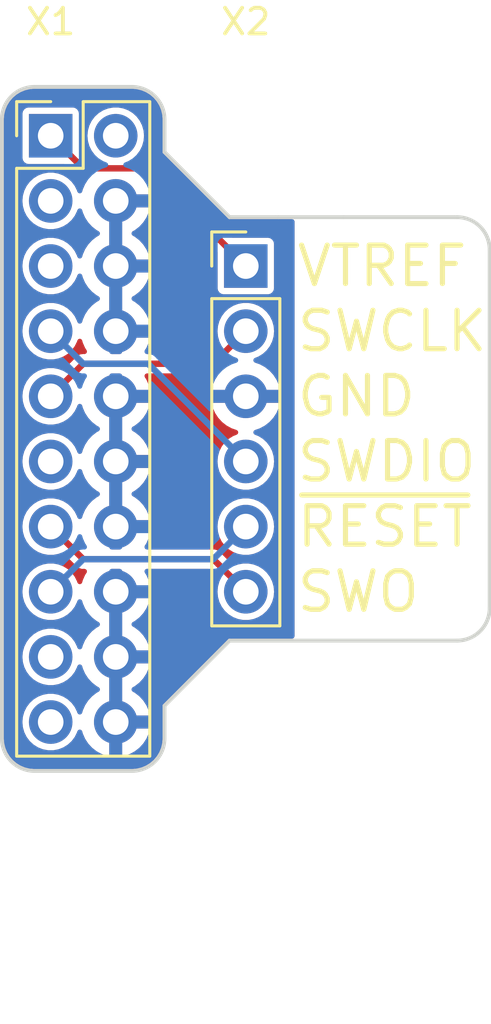
<source format=kicad_pcb>
(kicad_pcb (version 20221018) (generator pcbnew)
  (title_block (title "28-Pin to 6-Pin SWD Adapter") (date "2018-05-27") (rev "1") (company "Alex M."))
  (layers (0 "F.Cu" signal) (31 "B.Cu" signal) (34 "B.Paste" user) (35 "F.Paste" user) (36 "B.SilkS" user "B.Silkscreen") (37 "F.SilkS" user "F.Silkscreen") (38 "B.Mask" user) (39 "F.Mask" user) (44 "Edge.Cuts" user))
  (net 0 "")
  (net 1 "VTref")
  (net 2 "GND")
  (net 3 "TMS")
  (net 4 "TCK")
  (net 5 "TDO")
  (net 6 "~{RESET}")
  (footprint "Pin_Headers:Pin_Header_Straight_2x10_Pitch2.54mm" (layer "F.Cu") (at 132.08 88.9)
    (fp_text reference "X1" (at 0 -4.445) (layer "F.SilkS"))
    (fp_text value "Socket 2x10")
    (fp_line (start -1.33 -1.33) (end 0 -1.33) (stroke (width 0.12)) (layer "F.SilkS"))
    (fp_line (start -1.33 0) (end -1.33 -1.33) (stroke (width 0.12)) (layer "F.SilkS"))
    (fp_line (start -1.33 1.27) (end -1.33 24.19) (stroke (width 0.12)) (layer "F.SilkS"))
    (fp_line (start -1.33 1.27) (end 1.27 1.27) (stroke (width 0.12)) (layer "F.SilkS"))
    (fp_line (start -1.33 24.19) (end 3.87 24.19) (stroke (width 0.12)) (layer "F.SilkS"))
    (fp_line (start 1.27 -1.33) (end 3.87 -1.33) (stroke (width 0.12)) (layer "F.SilkS"))
    (fp_line (start 1.27 1.27) (end 1.27 -1.33) (stroke (width 0.12)) (layer "F.SilkS"))
    (fp_line (start 3.87 -1.33) (end 3.87 24.19) (stroke (width 0.12)) (layer "F.SilkS"))
    (pad "1" thru_hole rect (at 0 0) (size 1.7 1.7) (drill 1) (layers "*.Cu" "*.Mask") (net 1 "VTref"))
    (pad "2" thru_hole oval (at 2.54 0) (size 1.7 1.7) (drill 1) (layers "*.Cu" "*.Mask"))
    (pad "3" thru_hole oval (at 0 2.54) (size 1.7 1.7) (drill 1) (layers "*.Cu" "*.Mask"))
    (pad "4" thru_hole oval (at 2.54 2.54) (size 1.7 1.7) (drill 1) (layers "*.Cu" "*.Mask") (net 2 "GND"))
    (pad "5" thru_hole oval (at 0 5.08) (size 1.7 1.7) (drill 1) (layers "*.Cu" "*.Mask"))
    (pad "6" thru_hole oval (at 2.54 5.08) (size 1.7 1.7) (drill 1) (layers "*.Cu" "*.Mask") (net 2 "GND"))
    (pad "7" thru_hole oval (at 0 7.62) (size 1.7 1.7) (drill 1) (layers "*.Cu" "*.Mask") (net 3 "TMS"))
    (pad "8" thru_hole oval (at 2.54 7.62) (size 1.7 1.7) (drill 1) (layers "*.Cu" "*.Mask") (net 2 "GND"))
    (pad "9" thru_hole oval (at 0 10.16) (size 1.7 1.7) (drill 1) (layers "*.Cu" "*.Mask") (net 4 "TCK"))
    (pad "10" thru_hole oval (at 2.54 10.16) (size 1.7 1.7) (drill 1) (layers "*.Cu" "*.Mask") (net 2 "GND"))
    (pad "11" thru_hole oval (at 0 12.7) (size 1.7 1.7) (drill 1) (layers "*.Cu" "*.Mask"))
    (pad "12" thru_hole oval (at 2.54 12.7) (size 1.7 1.7) (drill 1) (layers "*.Cu" "*.Mask") (net 2 "GND"))
    (pad "13" thru_hole oval (at 0 15.24) (size 1.7 1.7) (drill 1) (layers "*.Cu" "*.Mask") (net 5 "TDO"))
    (pad "14" thru_hole oval (at 2.54 15.24) (size 1.7 1.7) (drill 1) (layers "*.Cu" "*.Mask") (net 2 "GND"))
    (pad "15" thru_hole oval (at 0 17.78) (size 1.7 1.7) (drill 1) (layers "*.Cu" "*.Mask") (net 6 "~{RESET}"))
    (pad "16" thru_hole oval (at 2.54 17.78) (size 1.7 1.7) (drill 1) (layers "*.Cu" "*.Mask") (net 2 "GND"))
    (pad "17" thru_hole oval (at 0 20.32) (size 1.7 1.7) (drill 1) (layers "*.Cu" "*.Mask"))
    (pad "18" thru_hole oval (at 2.54 20.32) (size 1.7 1.7) (drill 1) (layers "*.Cu" "*.Mask") (net 2 "GND"))
    (pad "19" thru_hole oval (at 0 22.86) (size 1.7 1.7) (drill 1) (layers "*.Cu" "*.Mask"))
    (pad "20" thru_hole oval (at 2.54 22.86) (size 1.7 1.7) (drill 1) (layers "*.Cu" "*.Mask") (net 2 "GND"))
  )
  (footprint "Pin_Headers:Pin_Header_Straight_1x06_Pitch2.54mm" (layer "F.Cu") (at 139.7 93.98)
    (fp_text reference "X2" (at 0 -9.525) (layer "F.SilkS"))
    (fp_text value "Header 1x6")
    (fp_line (start -1.33 -1.33) (end 0 -1.33) (stroke (width 0.12)) (layer "F.SilkS"))
    (fp_line (start -1.33 0) (end -1.33 -1.33) (stroke (width 0.12)) (layer "F.SilkS"))
    (fp_line (start -1.33 1.27) (end -1.33 14.03) (stroke (width 0.12)) (layer "F.SilkS"))
    (fp_line (start -1.33 1.27) (end 1.33 1.27) (stroke (width 0.12)) (layer "F.SilkS"))
    (fp_line (start -1.33 14.03) (end 1.33 14.03) (stroke (width 0.12)) (layer "F.SilkS"))
    (fp_line (start 1.33 1.27) (end 1.33 14.03) (stroke (width 0.12)) (layer "F.SilkS"))
    (pad "1" thru_hole rect (at 0 0) (size 1.7 1.7) (drill 1) (layers "*.Cu" "*.Mask") (net 1 "VTref"))
    (pad "2" thru_hole oval (at 0 2.54) (size 1.7 1.7) (drill 1) (layers "*.Cu" "*.Mask") (net 4 "TCK"))
    (pad "3" thru_hole oval (at 0 5.08) (size 1.7 1.7) (drill 1) (layers "*.Cu" "*.Mask") (net 2 "GND"))
    (pad "4" thru_hole oval (at 0 7.62) (size 1.7 1.7) (drill 1) (layers "*.Cu" "*.Mask") (net 3 "TMS"))
    (pad "5" thru_hole oval (at 0 10.16) (size 1.7 1.7) (drill 1) (layers "*.Cu" "*.Mask") (net 6 "~{RESET}"))
    (pad "6" thru_hole oval (at 0 12.7) (size 1.7 1.7) (drill 1) (layers "*.Cu" "*.Mask") (net 5 "TDO"))
  )
  (gr_arc (start 131.445 113.665) (mid 130.546974 113.293026) (end 130.175 112.395) (stroke (width 0.15)) (layer "Edge.Cuts"))
  (gr_arc (start 136.525 112.395) (mid 136.153026 113.293026) (end 135.255 113.665) (stroke (width 0.15)) (layer "Edge.Cuts"))
  (gr_line (start 136.525 88.265) (end 136.525 89.535) (stroke (width 0.15)) (layer "Edge.Cuts"))
  (gr_arc (start 130.175 88.265) (mid 130.546974 87.366974) (end 131.445 86.995) (stroke (width 0.15)) (layer "Edge.Cuts"))
  (gr_line (start 140.97 92.075) (end 143.51 92.075) (stroke (width 0.15)) (layer "Edge.Cuts"))
  (gr_arc (start 149.225 107.315) (mid 148.853026 108.213026) (end 147.955 108.585) (stroke (width 0.15)) (layer "Edge.Cuts"))
  (gr_arc (start 135.255 86.995) (mid 136.153026 87.366974) (end 136.525 88.265) (stroke (width 0.15)) (layer "Edge.Cuts"))
  (gr_arc (start 147.955 92.075) (mid 148.853026 92.446974) (end 149.225 93.345) (stroke (width 0.15)) (layer "Edge.Cuts"))
  (gr_line (start 139.065 92.075) (end 140.97 92.075) (stroke (width 0.15)) (layer "Edge.Cuts"))
  (gr_line (start 131.445 113.665) (end 135.255 113.665) (stroke (width 0.15)) (layer "Edge.Cuts"))
  (gr_line (start 139.065 108.585) (end 147.955 108.585) (stroke (width 0.15)) (layer "Edge.Cuts"))
  (gr_line (start 136.525 89.535) (end 139.065 92.075) (stroke (width 0.15)) (layer "Edge.Cuts"))
  (gr_line (start 131.445 86.995) (end 135.255 86.995) (stroke (width 0.15)) (layer "Edge.Cuts"))
  (gr_line (start 136.525 111.125) (end 139.065 108.585) (stroke (width 0.15)) (layer "Edge.Cuts"))
  (gr_line (start 130.175 88.265) (end 130.175 112.395) (stroke (width 0.15)) (layer "Edge.Cuts"))
  (gr_line (start 147.955 92.075) (end 143.51 92.075) (stroke (width 0.15)) (layer "Edge.Cuts"))
  (gr_line (start 136.525 112.395) (end 136.525 111.125) (stroke (width 0.15)) (layer "Edge.Cuts"))
  (gr_line (start 149.225 107.315) (end 149.225 93.345) (stroke (width 0.15)) (layer "Edge.Cuts"))
  (gr_text "SWCLK" (at 141.605 96.52) (layer "F.SilkS") (effects (font (size 1.5 1.5) (thickness 0.2)) (justify left)))
  (gr_text "SWO" (at 141.605 106.68) (layer "F.SilkS") (effects (font (size 1.5 1.5) (thickness 0.2)) (justify left)))
  (gr_text "SWDIO" (at 141.605 101.6) (layer "F.SilkS") (effects (font (size 1.5 1.5) (thickness 0.2)) (justify left)))
  (gr_text "GND" (at 141.605 99.06) (layer "F.SilkS") (effects (font (size 1.5 1.5) (thickness 0.2)) (justify left)))
  (gr_text "VTREF" (at 141.605 93.98) (layer "F.SilkS") (effects (font (size 1.5 1.5) (thickness 0.2)) (justify left)))
  (gr_text "~{RESET}" (at 141.605 104.14) (layer "F.SilkS") (effects (font (size 1.5 1.5) (thickness 0.2)) (justify left)))
  (segment (start 133.35 90.17) (end 135.89 90.17) (width 0.25) (layer "F.Cu") (net 1))
  (segment (start 139.7 93.98) (end 135.89 90.17) (width 0.25) (layer "F.Cu") (net 1))
  (segment (start 133.35 90.17) (end 132.08 88.9) (width 0.25) (layer "F.Cu") (net 1))
  (segment (start 133.35 97.79) (end 135.89 97.79) (width 0.25) (layer "B.Cu") (net 3))
  (segment (start 139.7 101.6) (end 135.89 97.79) (width 0.25) (layer "B.Cu") (net 3))
  (segment (start 133.35 97.79) (end 132.08 96.52) (width 0.25) (layer "B.Cu") (net 3))
  (segment (start 133.35 97.79) (end 135.89 97.79) (width 0.25) (layer "F.Cu") (net 4))
  (segment (start 138.43 97.79) (end 139.7 96.52) (width 0.25) (layer "F.Cu") (net 4))
  (segment (start 132.08 99.06) (end 133.35 97.79) (width 0.25) (layer "F.Cu") (net 4))
  (segment (start 135.89 97.79) (end 138.43 97.79) (width 0.25) (layer "F.Cu") (net 4))
  (segment (start 133.35 105.41) (end 138.43 105.41) (width 0.25) (layer "F.Cu") (net 5))
  (segment (start 138.43 105.41) (end 139.7 106.68) (width 0.25) (layer "F.Cu") (net 5))
  (segment (start 132.08 104.14) (end 133.35 105.41) (width 0.25) (layer "F.Cu") (net 5))
  (segment (start 133.35 105.41) (end 135.89 105.41) (width 0.25) (layer "B.Cu") (net 6))
  (segment (start 135.89 105.41) (end 137.16 105.41) (width 0.25) (layer "B.Cu") (net 6))
  (segment (start 137.16 105.41) (end 137.795 105.41) (width 0.25) (layer "B.Cu") (net 6))
  (segment (start 137.795 105.41) (end 138.43 105.41) (width 0.25) (layer "B.Cu") (net 6))
  (segment (start 138.43 105.41) (end 139.7 104.14) (width 0.25) (layer "B.Cu") (net 6))
  (segment (start 132.08 106.68) (end 133.35 105.41) (width 0.25) (layer "B.Cu") (net 6))
  (zone (net 2) (net_name "GND") (layer "F.Cu") (connect_pads (clearance 0.25)) (min_thickness 0.2) (fill yes (thermal_gap 0.508) (thermal_bridge_width 0.508))
    (polygon (pts (xy 141.605 114.3) (xy 130.175 114.3) (xy 130.175 86.995) (xy 141.605 86.995)))
  )
  (zone (net 2) (net_name "GND") (layer "B.Cu") (connect_pads (clearance 0.25)) (min_thickness 0.2) (fill yes (thermal_gap 0.508) (thermal_bridge_width 0.508))
    (polygon (pts (xy 141.605 114.3) (xy 130.175 114.3) (xy 130.175 86.995) (xy 141.605 86.995)))
  )
)
</source>
